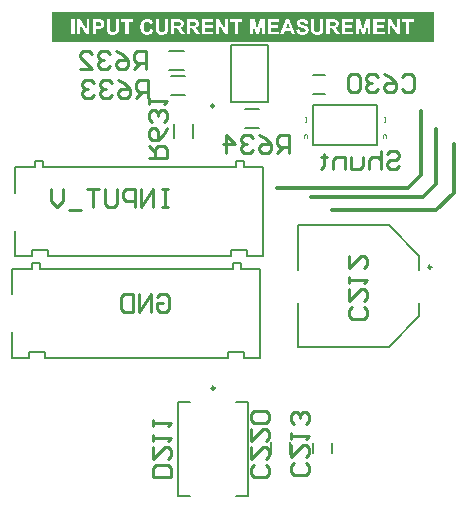
<source format=gbo>
G04*
G04 #@! TF.GenerationSoftware,Altium Limited,Altium Designer,22.2.1 (43)*
G04*
G04 Layer_Color=32896*
%FSLAX25Y25*%
%MOIN*%
G70*
G04*
G04 #@! TF.SameCoordinates,5435AC76-14FC-4701-A4E6-3609E34239AB*
G04*
G04*
G04 #@! TF.FilePolarity,Positive*
G04*
G01*
G75*
%ADD10C,0.00787*%
%ADD11C,0.00984*%
%ADD12C,0.01181*%
%ADD13C,0.01000*%
%ADD48C,0.00394*%
G36*
X143570Y193307D02*
X16272D01*
Y203092D01*
X143570D01*
Y193307D01*
D02*
G37*
%LPC*%
G36*
X99932Y200817D02*
X99845D01*
X99633Y200810D01*
X99444Y200788D01*
X99276Y200759D01*
X99130Y200729D01*
X99065Y200707D01*
X99006Y200693D01*
X98963Y200678D01*
X98919Y200664D01*
X98890Y200649D01*
X98868Y200642D01*
X98853Y200635D01*
X98846D01*
X98700Y200562D01*
X98576Y200482D01*
X98467Y200394D01*
X98379Y200314D01*
X98307Y200241D01*
X98263Y200183D01*
X98226Y200139D01*
X98219Y200132D01*
Y200124D01*
X98146Y200000D01*
X98095Y199869D01*
X98059Y199745D01*
X98037Y199636D01*
X98022Y199541D01*
X98008Y199468D01*
Y199439D01*
Y199417D01*
Y199410D01*
Y199402D01*
X98015Y199293D01*
X98030Y199184D01*
X98052Y199089D01*
X98081Y198994D01*
X98154Y198819D01*
X98241Y198666D01*
X98277Y198601D01*
X98321Y198550D01*
X98358Y198499D01*
X98394Y198455D01*
X98423Y198426D01*
X98445Y198404D01*
X98460Y198389D01*
X98467Y198382D01*
X98533Y198331D01*
X98613Y198280D01*
X98693Y198229D01*
X98788Y198185D01*
X98970Y198098D01*
X99160Y198025D01*
X99254Y197996D01*
X99335Y197966D01*
X99415Y197944D01*
X99480Y197923D01*
X99531Y197908D01*
X99575Y197894D01*
X99604Y197886D01*
X99612D01*
X99728Y197857D01*
X99830Y197828D01*
X99925Y197806D01*
X100013Y197784D01*
X100085Y197762D01*
X100151Y197748D01*
X100209Y197726D01*
X100260Y197711D01*
X100304Y197704D01*
X100340Y197689D01*
X100392Y197675D01*
X100421Y197660D01*
X100428D01*
X100523Y197624D01*
X100596Y197587D01*
X100661Y197551D01*
X100712Y197514D01*
X100749Y197485D01*
X100771Y197463D01*
X100785Y197449D01*
X100793Y197441D01*
X100829Y197390D01*
X100858Y197339D01*
X100873Y197288D01*
X100887Y197245D01*
X100895Y197201D01*
X100902Y197164D01*
Y197143D01*
Y197135D01*
X100895Y197033D01*
X100865Y196946D01*
X100822Y196858D01*
X100778Y196785D01*
X100727Y196727D01*
X100690Y196683D01*
X100661Y196654D01*
X100647Y196647D01*
X100545Y196581D01*
X100428Y196530D01*
X100304Y196494D01*
X100188Y196472D01*
X100078Y196457D01*
X99991Y196443D01*
X99910D01*
X99743Y196450D01*
X99597Y196479D01*
X99473Y196516D01*
X99364Y196559D01*
X99276Y196603D01*
X99218Y196640D01*
X99181Y196669D01*
X99167Y196676D01*
X99072Y196778D01*
X98999Y196888D01*
X98934Y197011D01*
X98890Y197135D01*
X98853Y197245D01*
X98824Y197332D01*
X98817Y197361D01*
Y197390D01*
X98810Y197405D01*
Y197412D01*
X97818Y197318D01*
X97840Y197164D01*
X97869Y197019D01*
X97913Y196880D01*
X97949Y196756D01*
X98001Y196640D01*
X98052Y196530D01*
X98102Y196435D01*
X98154Y196348D01*
X98205Y196275D01*
X98256Y196210D01*
X98299Y196151D01*
X98343Y196100D01*
X98372Y196064D01*
X98401Y196042D01*
X98416Y196027D01*
X98423Y196020D01*
X98525Y195940D01*
X98635Y195874D01*
X98751Y195816D01*
X98875Y195765D01*
X98992Y195728D01*
X99116Y195692D01*
X99356Y195641D01*
X99466Y195619D01*
X99568Y195604D01*
X99655Y195597D01*
X99735Y195590D01*
X99801Y195583D01*
X99896D01*
X100129Y195590D01*
X100340Y195612D01*
X100530Y195641D01*
X100610Y195656D01*
X100690Y195677D01*
X100756Y195692D01*
X100814Y195706D01*
X100865Y195721D01*
X100909Y195736D01*
X100946Y195750D01*
X100968Y195757D01*
X100982Y195765D01*
X100989D01*
X101150Y195845D01*
X101281Y195932D01*
X101405Y196020D01*
X101500Y196115D01*
X101573Y196195D01*
X101631Y196268D01*
X101660Y196312D01*
X101675Y196319D01*
Y196326D01*
X101755Y196472D01*
X101820Y196610D01*
X101864Y196749D01*
X101893Y196880D01*
X101908Y196982D01*
X101915Y197033D01*
X101923Y197070D01*
Y197143D01*
X101915Y197318D01*
X101893Y197471D01*
X101857Y197609D01*
X101820Y197726D01*
X101784Y197821D01*
X101748Y197886D01*
X101726Y197930D01*
X101718Y197944D01*
X101638Y198061D01*
X101543Y198163D01*
X101449Y198251D01*
X101361Y198324D01*
X101281Y198382D01*
X101215Y198426D01*
X101172Y198455D01*
X101164Y198462D01*
X101157D01*
X101084Y198499D01*
X101011Y198535D01*
X100836Y198601D01*
X100654Y198659D01*
X100479Y198717D01*
X100399Y198739D01*
X100319Y198761D01*
X100246Y198783D01*
X100188Y198798D01*
X100136Y198812D01*
X100100Y198819D01*
X100071Y198827D01*
X100064D01*
X99932Y198863D01*
X99816Y198892D01*
X99706Y198921D01*
X99604Y198951D01*
X99524Y198980D01*
X99444Y199009D01*
X99378Y199038D01*
X99320Y199060D01*
X99269Y199082D01*
X99233Y199104D01*
X99196Y199118D01*
X99174Y199133D01*
X99138Y199155D01*
X99130Y199162D01*
X99079Y199213D01*
X99043Y199264D01*
X99021Y199315D01*
X99006Y199366D01*
X98992Y199402D01*
X98985Y199439D01*
Y199461D01*
Y199468D01*
X98992Y199541D01*
X99006Y199599D01*
X99036Y199658D01*
X99065Y199701D01*
X99094Y199738D01*
X99123Y199760D01*
X99138Y199774D01*
X99145Y199782D01*
X99247Y199847D01*
X99356Y199891D01*
X99473Y199927D01*
X99582Y199949D01*
X99677Y199964D01*
X99757Y199971D01*
X99830D01*
X99983Y199964D01*
X100115Y199942D01*
X100224Y199913D01*
X100311Y199884D01*
X100384Y199855D01*
X100435Y199825D01*
X100464Y199803D01*
X100472Y199796D01*
X100545Y199723D01*
X100610Y199636D01*
X100661Y199548D01*
X100698Y199454D01*
X100727Y199373D01*
X100742Y199308D01*
X100756Y199257D01*
Y199249D01*
Y199242D01*
X101777Y199279D01*
X101769Y199410D01*
X101748Y199527D01*
X101718Y199643D01*
X101682Y199745D01*
X101646Y199847D01*
X101602Y199942D01*
X101558Y200022D01*
X101514Y200102D01*
X101463Y200168D01*
X101419Y200226D01*
X101376Y200277D01*
X101339Y200321D01*
X101310Y200350D01*
X101288Y200372D01*
X101274Y200387D01*
X101266Y200394D01*
X101172Y200467D01*
X101070Y200533D01*
X100960Y200591D01*
X100844Y200642D01*
X100727Y200678D01*
X100610Y200715D01*
X100377Y200766D01*
X100268Y200780D01*
X100173Y200795D01*
X100078Y200802D01*
X99998Y200810D01*
X99932Y200817D01*
D02*
G37*
G36*
X48268D02*
X48181D01*
X47991Y200810D01*
X47802Y200788D01*
X47634Y200751D01*
X47466Y200707D01*
X47320Y200656D01*
X47175Y200598D01*
X47051Y200533D01*
X46934Y200467D01*
X46825Y200401D01*
X46737Y200336D01*
X46657Y200277D01*
X46591Y200226D01*
X46540Y200183D01*
X46504Y200146D01*
X46482Y200124D01*
X46475Y200117D01*
X46358Y199978D01*
X46263Y199833D01*
X46176Y199680D01*
X46103Y199519D01*
X46037Y199352D01*
X45986Y199191D01*
X45943Y199031D01*
X45906Y198878D01*
X45877Y198725D01*
X45862Y198593D01*
X45848Y198469D01*
X45833Y198367D01*
Y198280D01*
X45826Y198214D01*
Y198156D01*
X45833Y197937D01*
X45855Y197733D01*
X45884Y197536D01*
X45928Y197361D01*
X45972Y197194D01*
X46030Y197033D01*
X46088Y196895D01*
X46147Y196771D01*
X46205Y196654D01*
X46263Y196552D01*
X46322Y196472D01*
X46365Y196399D01*
X46409Y196348D01*
X46438Y196304D01*
X46460Y196282D01*
X46468Y196275D01*
X46591Y196151D01*
X46723Y196049D01*
X46861Y195954D01*
X47000Y195881D01*
X47138Y195816D01*
X47277Y195757D01*
X47408Y195714D01*
X47532Y195677D01*
X47656Y195648D01*
X47765Y195626D01*
X47867Y195612D01*
X47947Y195604D01*
X48020Y195597D01*
X48071Y195590D01*
X48115D01*
X48268Y195597D01*
X48407Y195604D01*
X48545Y195626D01*
X48669Y195656D01*
X48786Y195685D01*
X48895Y195714D01*
X48997Y195750D01*
X49092Y195794D01*
X49172Y195830D01*
X49245Y195867D01*
X49311Y195896D01*
X49362Y195925D01*
X49405Y195954D01*
X49435Y195976D01*
X49449Y195984D01*
X49456Y195991D01*
X49551Y196071D01*
X49639Y196159D01*
X49799Y196355D01*
X49930Y196559D01*
X50032Y196756D01*
X50076Y196851D01*
X50112Y196939D01*
X50142Y197019D01*
X50171Y197084D01*
X50193Y197143D01*
X50207Y197186D01*
X50214Y197215D01*
Y197223D01*
X49223Y197529D01*
X49165Y197332D01*
X49099Y197164D01*
X49033Y197026D01*
X48961Y196909D01*
X48902Y196822D01*
X48851Y196764D01*
X48815Y196727D01*
X48800Y196713D01*
X48684Y196625D01*
X48567Y196567D01*
X48450Y196523D01*
X48348Y196486D01*
X48254Y196472D01*
X48173Y196465D01*
X48144Y196457D01*
X48108D01*
X48006Y196465D01*
X47911Y196472D01*
X47736Y196523D01*
X47583Y196581D01*
X47459Y196661D01*
X47357Y196734D01*
X47284Y196793D01*
X47255Y196822D01*
X47233Y196844D01*
X47226Y196851D01*
X47218Y196858D01*
X47160Y196939D01*
X47109Y197033D01*
X47058Y197135D01*
X47021Y197245D01*
X46963Y197471D01*
X46919Y197697D01*
X46905Y197806D01*
X46898Y197901D01*
X46883Y197996D01*
Y198076D01*
X46876Y198134D01*
Y198185D01*
Y198222D01*
Y198229D01*
X46883Y198397D01*
X46890Y198550D01*
X46905Y198688D01*
X46927Y198819D01*
X46956Y198936D01*
X46985Y199045D01*
X47014Y199140D01*
X47051Y199228D01*
X47080Y199301D01*
X47109Y199366D01*
X47138Y199417D01*
X47167Y199461D01*
X47189Y199497D01*
X47204Y199519D01*
X47218Y199534D01*
Y199541D01*
X47284Y199614D01*
X47357Y199680D01*
X47430Y199731D01*
X47510Y199774D01*
X47663Y199847D01*
X47809Y199898D01*
X47933Y199927D01*
X47991Y199935D01*
X48035Y199942D01*
X48079Y199949D01*
X48130D01*
X48275Y199942D01*
X48407Y199913D01*
X48523Y199876D01*
X48625Y199833D01*
X48706Y199789D01*
X48764Y199752D01*
X48800Y199723D01*
X48815Y199716D01*
X48910Y199628D01*
X48997Y199527D01*
X49063Y199424D01*
X49114Y199322D01*
X49150Y199235D01*
X49172Y199169D01*
X49187Y199140D01*
Y199118D01*
X49194Y199111D01*
Y199104D01*
X50200Y199344D01*
X50127Y199556D01*
X50047Y199738D01*
X49959Y199898D01*
X49879Y200029D01*
X49799Y200132D01*
X49770Y200175D01*
X49741Y200212D01*
X49719Y200234D01*
X49697Y200255D01*
X49690Y200270D01*
X49682D01*
X49573Y200365D01*
X49449Y200452D01*
X49332Y200525D01*
X49209Y200584D01*
X49077Y200642D01*
X48953Y200686D01*
X48829Y200722D01*
X48713Y200751D01*
X48603Y200773D01*
X48501Y200788D01*
X48414Y200802D01*
X48334Y200810D01*
X48268Y200817D01*
D02*
G37*
G36*
X132256Y200722D02*
X131316D01*
Y197325D01*
X129231Y200722D01*
X128247D01*
Y195677D01*
X129187D01*
Y199002D01*
X131236Y195677D01*
X132256D01*
Y200722D01*
D02*
G37*
G36*
X75073D02*
X74133D01*
Y197325D01*
X72048Y200722D01*
X71064D01*
Y195677D01*
X72004D01*
Y199002D01*
X74053Y195677D01*
X75073D01*
Y200722D01*
D02*
G37*
G36*
X28869D02*
X27929D01*
Y197325D01*
X25844Y200722D01*
X24860D01*
Y195677D01*
X25800D01*
Y199002D01*
X27849Y195677D01*
X28869D01*
Y200722D01*
D02*
G37*
G36*
X122509D02*
X120978D01*
X120082Y197274D01*
X119178Y200722D01*
X117654D01*
Y195677D01*
X118595D01*
Y199643D01*
X119586Y195677D01*
X120570D01*
X121562Y199643D01*
X121569Y195677D01*
X122509D01*
Y200722D01*
D02*
G37*
G36*
X87262D02*
X85731D01*
X84835Y197274D01*
X83931Y200722D01*
X82407D01*
Y195677D01*
X83348D01*
Y199643D01*
X84339Y195677D01*
X85323D01*
X86315Y199643D01*
X86322Y195677D01*
X87262D01*
Y200722D01*
D02*
G37*
G36*
X106799D02*
X105779D01*
Y197923D01*
Y197813D01*
Y197711D01*
X105772Y197617D01*
Y197529D01*
X105764Y197456D01*
Y197383D01*
X105757Y197318D01*
Y197259D01*
X105742Y197172D01*
X105735Y197106D01*
X105728Y197070D01*
Y197055D01*
X105706Y196960D01*
X105669Y196880D01*
X105626Y196807D01*
X105582Y196742D01*
X105538Y196691D01*
X105502Y196654D01*
X105473Y196632D01*
X105465Y196625D01*
X105378Y196567D01*
X105269Y196523D01*
X105166Y196494D01*
X105057Y196472D01*
X104962Y196457D01*
X104890Y196450D01*
X104817D01*
X104664Y196457D01*
X104532Y196479D01*
X104416Y196508D01*
X104314Y196545D01*
X104241Y196574D01*
X104182Y196603D01*
X104153Y196625D01*
X104139Y196632D01*
X104058Y196705D01*
X103993Y196793D01*
X103935Y196873D01*
X103898Y196953D01*
X103869Y197026D01*
X103847Y197084D01*
X103832Y197121D01*
Y197135D01*
X103825Y197179D01*
X103818Y197223D01*
Y197281D01*
X103811Y197347D01*
X103803Y197485D01*
Y197631D01*
X103796Y197762D01*
Y197821D01*
Y197879D01*
Y197923D01*
Y197952D01*
Y197974D01*
Y197981D01*
Y200722D01*
X102775D01*
Y197872D01*
X102783Y197726D01*
Y197587D01*
X102790Y197463D01*
X102797Y197347D01*
X102805Y197245D01*
X102812Y197150D01*
X102826Y197062D01*
X102834Y196990D01*
X102841Y196924D01*
X102848Y196866D01*
X102856Y196822D01*
X102863Y196785D01*
Y196764D01*
X102870Y196749D01*
Y196742D01*
X102907Y196632D01*
X102943Y196530D01*
X102994Y196435D01*
X103038Y196355D01*
X103082Y196282D01*
X103118Y196224D01*
X103147Y196195D01*
X103155Y196180D01*
X103242Y196086D01*
X103337Y195998D01*
X103439Y195925D01*
X103534Y195860D01*
X103614Y195809D01*
X103687Y195772D01*
X103730Y195750D01*
X103738Y195743D01*
X103745D01*
X103818Y195714D01*
X103898Y195692D01*
X104080Y195648D01*
X104263Y195619D01*
X104437Y195604D01*
X104518Y195597D01*
X104598Y195590D01*
X104664D01*
X104729Y195583D01*
X104846D01*
X105057Y195590D01*
X105247Y195604D01*
X105414Y195634D01*
X105553Y195663D01*
X105611Y195670D01*
X105669Y195685D01*
X105713Y195699D01*
X105750Y195714D01*
X105779Y195721D01*
X105801Y195728D01*
X105808Y195736D01*
X105815D01*
X105947Y195794D01*
X106063Y195867D01*
X106165Y195932D01*
X106253Y195998D01*
X106318Y196056D01*
X106369Y196100D01*
X106398Y196129D01*
X106406Y196144D01*
X106486Y196246D01*
X106552Y196355D01*
X106603Y196457D01*
X106646Y196559D01*
X106676Y196647D01*
X106697Y196720D01*
X106705Y196742D01*
Y196764D01*
X106712Y196771D01*
Y196778D01*
X106727Y196858D01*
X106741Y196946D01*
X106756Y197041D01*
X106763Y197135D01*
X106778Y197354D01*
X106792Y197565D01*
Y197660D01*
Y197755D01*
X106799Y197843D01*
Y200722D01*
D02*
G37*
G36*
X55106D02*
X54085D01*
Y197923D01*
Y197813D01*
Y197711D01*
X54078Y197617D01*
Y197529D01*
X54071Y197456D01*
Y197383D01*
X54064Y197318D01*
Y197259D01*
X54049Y197172D01*
X54042Y197106D01*
X54035Y197070D01*
Y197055D01*
X54013Y196960D01*
X53976Y196880D01*
X53932Y196807D01*
X53889Y196742D01*
X53845Y196691D01*
X53808Y196654D01*
X53779Y196632D01*
X53772Y196625D01*
X53685Y196567D01*
X53575Y196523D01*
X53473Y196494D01*
X53364Y196472D01*
X53269Y196457D01*
X53196Y196450D01*
X53123D01*
X52970Y196457D01*
X52839Y196479D01*
X52722Y196508D01*
X52620Y196545D01*
X52547Y196574D01*
X52489Y196603D01*
X52460Y196625D01*
X52445Y196632D01*
X52365Y196705D01*
X52299Y196793D01*
X52241Y196873D01*
X52205Y196953D01*
X52175Y197026D01*
X52154Y197084D01*
X52139Y197121D01*
Y197135D01*
X52132Y197179D01*
X52125Y197223D01*
Y197281D01*
X52117Y197347D01*
X52110Y197485D01*
Y197631D01*
X52103Y197762D01*
Y197821D01*
Y197879D01*
Y197923D01*
Y197952D01*
Y197974D01*
Y197981D01*
Y200722D01*
X51082D01*
Y197872D01*
X51089Y197726D01*
Y197587D01*
X51097Y197463D01*
X51104Y197347D01*
X51111Y197245D01*
X51118Y197150D01*
X51133Y197062D01*
X51140Y196990D01*
X51148Y196924D01*
X51155Y196866D01*
X51162Y196822D01*
X51170Y196785D01*
Y196764D01*
X51177Y196749D01*
Y196742D01*
X51213Y196632D01*
X51250Y196530D01*
X51301Y196435D01*
X51345Y196355D01*
X51388Y196282D01*
X51425Y196224D01*
X51454Y196195D01*
X51461Y196180D01*
X51549Y196086D01*
X51643Y195998D01*
X51745Y195925D01*
X51840Y195860D01*
X51920Y195809D01*
X51993Y195772D01*
X52037Y195750D01*
X52044Y195743D01*
X52052D01*
X52125Y195714D01*
X52205Y195692D01*
X52387Y195648D01*
X52569Y195619D01*
X52744Y195604D01*
X52824Y195597D01*
X52904Y195590D01*
X52970D01*
X53036Y195583D01*
X53152D01*
X53364Y195590D01*
X53553Y195604D01*
X53721Y195634D01*
X53860Y195663D01*
X53918Y195670D01*
X53976Y195685D01*
X54020Y195699D01*
X54056Y195714D01*
X54085Y195721D01*
X54107Y195728D01*
X54115Y195736D01*
X54122D01*
X54253Y195794D01*
X54370Y195867D01*
X54472Y195932D01*
X54559Y195998D01*
X54625Y196056D01*
X54676Y196100D01*
X54705Y196129D01*
X54712Y196144D01*
X54793Y196246D01*
X54858Y196355D01*
X54909Y196457D01*
X54953Y196559D01*
X54982Y196647D01*
X55004Y196720D01*
X55011Y196742D01*
Y196764D01*
X55019Y196771D01*
Y196778D01*
X55033Y196858D01*
X55048Y196946D01*
X55062Y197041D01*
X55070Y197135D01*
X55084Y197354D01*
X55099Y197565D01*
Y197660D01*
Y197755D01*
X55106Y197843D01*
Y200722D01*
D02*
G37*
G36*
X38660D02*
X37639D01*
Y197923D01*
Y197813D01*
Y197711D01*
X37632Y197617D01*
Y197529D01*
X37625Y197456D01*
Y197383D01*
X37617Y197318D01*
Y197259D01*
X37603Y197172D01*
X37595Y197106D01*
X37588Y197070D01*
Y197055D01*
X37566Y196960D01*
X37530Y196880D01*
X37486Y196807D01*
X37442Y196742D01*
X37399Y196691D01*
X37362Y196654D01*
X37333Y196632D01*
X37326Y196625D01*
X37238Y196567D01*
X37129Y196523D01*
X37027Y196494D01*
X36917Y196472D01*
X36823Y196457D01*
X36750Y196450D01*
X36677D01*
X36524Y196457D01*
X36393Y196479D01*
X36276Y196508D01*
X36174Y196545D01*
X36101Y196574D01*
X36043Y196603D01*
X36014Y196625D01*
X35999Y196632D01*
X35919Y196705D01*
X35853Y196793D01*
X35795Y196873D01*
X35758Y196953D01*
X35729Y197026D01*
X35707Y197084D01*
X35693Y197121D01*
Y197135D01*
X35686Y197179D01*
X35678Y197223D01*
Y197281D01*
X35671Y197347D01*
X35664Y197485D01*
Y197631D01*
X35656Y197762D01*
Y197821D01*
Y197879D01*
Y197923D01*
Y197952D01*
Y197974D01*
Y197981D01*
Y200722D01*
X34636D01*
Y197872D01*
X34643Y197726D01*
Y197587D01*
X34650Y197463D01*
X34658Y197347D01*
X34665Y197245D01*
X34672Y197150D01*
X34687Y197062D01*
X34694Y196990D01*
X34701Y196924D01*
X34709Y196866D01*
X34716Y196822D01*
X34723Y196785D01*
Y196764D01*
X34730Y196749D01*
Y196742D01*
X34767Y196632D01*
X34803Y196530D01*
X34855Y196435D01*
X34898Y196355D01*
X34942Y196282D01*
X34978Y196224D01*
X35008Y196195D01*
X35015Y196180D01*
X35102Y196086D01*
X35197Y195998D01*
X35299Y195925D01*
X35394Y195860D01*
X35474Y195809D01*
X35547Y195772D01*
X35591Y195750D01*
X35598Y195743D01*
X35605D01*
X35678Y195714D01*
X35758Y195692D01*
X35941Y195648D01*
X36123Y195619D01*
X36298Y195604D01*
X36378Y195597D01*
X36458Y195590D01*
X36524D01*
X36590Y195583D01*
X36706D01*
X36917Y195590D01*
X37107Y195604D01*
X37275Y195634D01*
X37413Y195663D01*
X37472Y195670D01*
X37530Y195685D01*
X37574Y195699D01*
X37610Y195714D01*
X37639Y195721D01*
X37661Y195728D01*
X37668Y195736D01*
X37676D01*
X37807Y195794D01*
X37924Y195867D01*
X38026Y195932D01*
X38113Y195998D01*
X38179Y196056D01*
X38230Y196100D01*
X38259Y196129D01*
X38266Y196144D01*
X38346Y196246D01*
X38412Y196355D01*
X38463Y196457D01*
X38507Y196559D01*
X38536Y196647D01*
X38558Y196720D01*
X38565Y196742D01*
Y196764D01*
X38572Y196771D01*
Y196778D01*
X38587Y196858D01*
X38601Y196946D01*
X38616Y197041D01*
X38623Y197135D01*
X38638Y197354D01*
X38653Y197565D01*
Y197660D01*
Y197755D01*
X38660Y197843D01*
Y200722D01*
D02*
G37*
G36*
X136980D02*
X132978D01*
Y199869D01*
X134472D01*
Y195677D01*
X135493D01*
Y199869D01*
X136980D01*
Y200722D01*
D02*
G37*
G36*
X127284D02*
X123545D01*
Y195677D01*
X127379D01*
Y196530D01*
X124565D01*
Y197901D01*
X127095D01*
Y198754D01*
X124565D01*
Y199869D01*
X127284D01*
Y200722D01*
D02*
G37*
G36*
X116707D02*
X112967D01*
Y195677D01*
X116801D01*
Y196530D01*
X113987D01*
Y197901D01*
X116517D01*
Y198754D01*
X113987D01*
Y199869D01*
X116707D01*
Y200722D01*
D02*
G37*
G36*
X110153D02*
X107878D01*
Y195677D01*
X108899D01*
Y197784D01*
X109227D01*
X109329Y197777D01*
X109417Y197770D01*
X109490Y197755D01*
X109548Y197748D01*
X109584Y197733D01*
X109606Y197726D01*
X109613D01*
X109672Y197697D01*
X109730Y197668D01*
X109781Y197631D01*
X109832Y197602D01*
X109869Y197565D01*
X109898Y197536D01*
X109912Y197522D01*
X109920Y197514D01*
X109949Y197478D01*
X109985Y197441D01*
X110065Y197332D01*
X110153Y197215D01*
X110248Y197084D01*
X110328Y196968D01*
X110364Y196909D01*
X110394Y196866D01*
X110423Y196829D01*
X110444Y196800D01*
X110452Y196778D01*
X110459Y196771D01*
X111188Y195677D01*
X112413D01*
X111793Y196661D01*
X111727Y196764D01*
X111662Y196866D01*
X111604Y196953D01*
X111545Y197033D01*
X111494Y197106D01*
X111451Y197179D01*
X111363Y197288D01*
X111297Y197376D01*
X111254Y197434D01*
X111217Y197471D01*
X111210Y197478D01*
X111130Y197565D01*
X111035Y197646D01*
X110948Y197711D01*
X110860Y197777D01*
X110787Y197828D01*
X110729Y197864D01*
X110685Y197894D01*
X110678Y197901D01*
X110670D01*
X110794Y197923D01*
X110904Y197952D01*
X111006Y197981D01*
X111108Y198017D01*
X111195Y198054D01*
X111275Y198090D01*
X111356Y198127D01*
X111421Y198170D01*
X111480Y198207D01*
X111531Y198243D01*
X111574Y198280D01*
X111604Y198309D01*
X111633Y198331D01*
X111655Y198353D01*
X111662Y198360D01*
X111669Y198367D01*
X111727Y198440D01*
X111779Y198513D01*
X111866Y198673D01*
X111924Y198827D01*
X111961Y198980D01*
X111990Y199111D01*
X111997Y199162D01*
Y199213D01*
X112004Y199249D01*
Y199286D01*
Y199301D01*
Y199308D01*
X111997Y199468D01*
X111968Y199621D01*
X111932Y199752D01*
X111895Y199869D01*
X111852Y199964D01*
X111815Y200037D01*
X111800Y200059D01*
X111786Y200080D01*
X111779Y200088D01*
Y200095D01*
X111691Y200219D01*
X111596Y200321D01*
X111502Y200401D01*
X111407Y200474D01*
X111319Y200518D01*
X111254Y200554D01*
X111210Y200576D01*
X111203Y200584D01*
X111195D01*
X111123Y200605D01*
X111042Y200627D01*
X110860Y200664D01*
X110663Y200686D01*
X110474Y200707D01*
X110379D01*
X110299Y200715D01*
X110219D01*
X110153Y200722D01*
D02*
G37*
G36*
X95515D02*
X94436D01*
X92482Y195677D01*
X93561D01*
X93976Y196822D01*
X96003D01*
X96440Y195677D01*
X97541D01*
X95515Y200722D01*
D02*
G37*
G36*
X92037D02*
X88297D01*
Y195677D01*
X92132D01*
Y196530D01*
X89318D01*
Y197901D01*
X91848D01*
Y198754D01*
X89318D01*
Y199869D01*
X92037D01*
Y200722D01*
D02*
G37*
G36*
X79797D02*
X75795D01*
Y199869D01*
X77290D01*
Y195677D01*
X78310D01*
Y199869D01*
X79797D01*
Y200722D01*
D02*
G37*
G36*
X70102D02*
X66362D01*
Y195677D01*
X70196D01*
Y196530D01*
X67383D01*
Y197901D01*
X69912D01*
Y198754D01*
X67383D01*
Y199869D01*
X70102D01*
Y200722D01*
D02*
G37*
G36*
X63548D02*
X61273D01*
Y195677D01*
X62294D01*
Y197784D01*
X62622D01*
X62724Y197777D01*
X62812Y197770D01*
X62884Y197755D01*
X62943Y197748D01*
X62979Y197733D01*
X63001Y197726D01*
X63008D01*
X63067Y197697D01*
X63125Y197668D01*
X63176Y197631D01*
X63227Y197602D01*
X63264Y197565D01*
X63293Y197536D01*
X63307Y197522D01*
X63315Y197514D01*
X63344Y197478D01*
X63380Y197441D01*
X63460Y197332D01*
X63548Y197215D01*
X63643Y197084D01*
X63723Y196968D01*
X63759Y196909D01*
X63788Y196866D01*
X63818Y196829D01*
X63840Y196800D01*
X63847Y196778D01*
X63854Y196771D01*
X64583Y195677D01*
X65808D01*
X65188Y196661D01*
X65123Y196764D01*
X65057Y196866D01*
X64999Y196953D01*
X64940Y197033D01*
X64889Y197106D01*
X64846Y197179D01*
X64758Y197288D01*
X64692Y197376D01*
X64649Y197434D01*
X64612Y197471D01*
X64605Y197478D01*
X64525Y197565D01*
X64430Y197646D01*
X64342Y197711D01*
X64255Y197777D01*
X64182Y197828D01*
X64124Y197864D01*
X64080Y197894D01*
X64073Y197901D01*
X64065D01*
X64189Y197923D01*
X64299Y197952D01*
X64401Y197981D01*
X64503Y198017D01*
X64590Y198054D01*
X64671Y198090D01*
X64751Y198127D01*
X64816Y198170D01*
X64875Y198207D01*
X64926Y198243D01*
X64969Y198280D01*
X64999Y198309D01*
X65028Y198331D01*
X65050Y198353D01*
X65057Y198360D01*
X65064Y198367D01*
X65123Y198440D01*
X65174Y198513D01*
X65261Y198673D01*
X65319Y198827D01*
X65356Y198980D01*
X65385Y199111D01*
X65392Y199162D01*
Y199213D01*
X65400Y199249D01*
Y199286D01*
Y199301D01*
Y199308D01*
X65392Y199468D01*
X65363Y199621D01*
X65327Y199752D01*
X65290Y199869D01*
X65246Y199964D01*
X65210Y200037D01*
X65196Y200059D01*
X65181Y200080D01*
X65174Y200088D01*
Y200095D01*
X65086Y200219D01*
X64991Y200321D01*
X64897Y200401D01*
X64802Y200474D01*
X64714Y200518D01*
X64649Y200554D01*
X64605Y200576D01*
X64598Y200584D01*
X64590D01*
X64517Y200605D01*
X64437Y200627D01*
X64255Y200664D01*
X64058Y200686D01*
X63869Y200707D01*
X63774D01*
X63694Y200715D01*
X63613D01*
X63548Y200722D01*
D02*
G37*
G36*
X58460D02*
X56185D01*
Y195677D01*
X57206D01*
Y197784D01*
X57534D01*
X57636Y197777D01*
X57723Y197770D01*
X57796Y197755D01*
X57854Y197748D01*
X57891Y197733D01*
X57913Y197726D01*
X57920D01*
X57978Y197697D01*
X58037Y197668D01*
X58088Y197631D01*
X58139Y197602D01*
X58175Y197565D01*
X58204Y197536D01*
X58219Y197522D01*
X58226Y197514D01*
X58255Y197478D01*
X58292Y197441D01*
X58372Y197332D01*
X58460Y197215D01*
X58554Y197084D01*
X58635Y196968D01*
X58671Y196909D01*
X58700Y196866D01*
X58729Y196829D01*
X58751Y196800D01*
X58758Y196778D01*
X58766Y196771D01*
X59495Y195677D01*
X60719D01*
X60100Y196661D01*
X60034Y196764D01*
X59969Y196866D01*
X59910Y196953D01*
X59852Y197033D01*
X59801Y197106D01*
X59757Y197179D01*
X59670Y197288D01*
X59604Y197376D01*
X59560Y197434D01*
X59524Y197471D01*
X59517Y197478D01*
X59436Y197565D01*
X59342Y197646D01*
X59254Y197711D01*
X59167Y197777D01*
X59094Y197828D01*
X59035Y197864D01*
X58992Y197894D01*
X58984Y197901D01*
X58977D01*
X59101Y197923D01*
X59210Y197952D01*
X59312Y197981D01*
X59414Y198017D01*
X59502Y198054D01*
X59582Y198090D01*
X59662Y198127D01*
X59728Y198170D01*
X59786Y198207D01*
X59837Y198243D01*
X59881Y198280D01*
X59910Y198309D01*
X59939Y198331D01*
X59961Y198353D01*
X59969Y198360D01*
X59976Y198367D01*
X60034Y198440D01*
X60085Y198513D01*
X60173Y198673D01*
X60231Y198827D01*
X60267Y198980D01*
X60297Y199111D01*
X60304Y199162D01*
Y199213D01*
X60311Y199249D01*
Y199286D01*
Y199301D01*
Y199308D01*
X60304Y199468D01*
X60275Y199621D01*
X60238Y199752D01*
X60202Y199869D01*
X60158Y199964D01*
X60122Y200037D01*
X60107Y200059D01*
X60093Y200080D01*
X60085Y200088D01*
Y200095D01*
X59998Y200219D01*
X59903Y200321D01*
X59808Y200401D01*
X59713Y200474D01*
X59626Y200518D01*
X59560Y200554D01*
X59517Y200576D01*
X59509Y200584D01*
X59502D01*
X59429Y200605D01*
X59349Y200627D01*
X59167Y200664D01*
X58970Y200686D01*
X58780Y200707D01*
X58685D01*
X58605Y200715D01*
X58525D01*
X58460Y200722D01*
D02*
G37*
G36*
X43384D02*
X39382D01*
Y199869D01*
X40876D01*
Y195677D01*
X41897D01*
Y199869D01*
X43384D01*
Y200722D01*
D02*
G37*
G36*
X31807D02*
X29948D01*
Y195677D01*
X30969D01*
Y197580D01*
X31873D01*
X31982Y197587D01*
X32084D01*
X32179Y197595D01*
X32267Y197602D01*
X32347Y197609D01*
X32412Y197617D01*
X32478D01*
X32529Y197624D01*
X32580Y197631D01*
X32616Y197638D01*
X32646D01*
X32667Y197646D01*
X32682D01*
X32784Y197675D01*
X32879Y197711D01*
X32966Y197748D01*
X33047Y197792D01*
X33112Y197828D01*
X33163Y197857D01*
X33192Y197879D01*
X33207Y197886D01*
X33302Y197959D01*
X33382Y198039D01*
X33462Y198127D01*
X33520Y198200D01*
X33571Y198273D01*
X33608Y198331D01*
X33630Y198367D01*
X33637Y198382D01*
X33695Y198506D01*
X33739Y198637D01*
X33768Y198776D01*
X33790Y198899D01*
X33805Y199002D01*
Y199053D01*
X33812Y199089D01*
Y199169D01*
X33797Y199381D01*
X33768Y199577D01*
X33717Y199738D01*
X33666Y199884D01*
X33637Y199942D01*
X33608Y199993D01*
X33586Y200037D01*
X33557Y200080D01*
X33542Y200110D01*
X33528Y200132D01*
X33513Y200139D01*
Y200146D01*
X33397Y200277D01*
X33280Y200387D01*
X33156Y200474D01*
X33047Y200540D01*
X32945Y200584D01*
X32864Y200620D01*
X32835Y200627D01*
X32813Y200635D01*
X32799Y200642D01*
X32791D01*
X32733Y200656D01*
X32660Y200671D01*
X32573Y200678D01*
X32485Y200686D01*
X32281Y200700D01*
X32077Y200715D01*
X31888D01*
X31807Y200722D01*
D02*
G37*
G36*
X23883D02*
X22862D01*
Y195677D01*
X23883D01*
Y200722D01*
D02*
G37*
%LPD*%
G36*
X110131Y199862D02*
X110291D01*
X110357Y199855D01*
X110401D01*
X110423Y199847D01*
X110430D01*
X110517Y199825D01*
X110598Y199796D01*
X110663Y199767D01*
X110714Y199731D01*
X110758Y199694D01*
X110794Y199672D01*
X110809Y199650D01*
X110816Y199643D01*
X110860Y199585D01*
X110897Y199512D01*
X110918Y199446D01*
X110940Y199381D01*
X110948Y199322D01*
X110955Y199279D01*
Y199249D01*
Y199235D01*
X110948Y199155D01*
X110940Y199082D01*
X110918Y199016D01*
X110904Y198958D01*
X110882Y198914D01*
X110860Y198885D01*
X110853Y198863D01*
X110845Y198856D01*
X110802Y198805D01*
X110758Y198761D01*
X110663Y198695D01*
X110627Y198673D01*
X110590Y198659D01*
X110568Y198644D01*
X110561D01*
X110525Y198637D01*
X110466Y198623D01*
X110408Y198615D01*
X110342Y198608D01*
X110189Y198601D01*
X110036Y198593D01*
X109890Y198586D01*
X108899D01*
Y199869D01*
X110065D01*
X110131Y199862D01*
D02*
G37*
G36*
X95675Y197675D02*
X94283D01*
X94968Y199548D01*
X95675Y197675D01*
D02*
G37*
G36*
X63526Y199862D02*
X63686D01*
X63752Y199855D01*
X63796D01*
X63818Y199847D01*
X63825D01*
X63912Y199825D01*
X63993Y199796D01*
X64058Y199767D01*
X64109Y199731D01*
X64153Y199694D01*
X64189Y199672D01*
X64204Y199650D01*
X64211Y199643D01*
X64255Y199585D01*
X64292Y199512D01*
X64313Y199446D01*
X64335Y199381D01*
X64342Y199322D01*
X64350Y199279D01*
Y199249D01*
Y199235D01*
X64342Y199155D01*
X64335Y199082D01*
X64313Y199016D01*
X64299Y198958D01*
X64277Y198914D01*
X64255Y198885D01*
X64248Y198863D01*
X64240Y198856D01*
X64197Y198805D01*
X64153Y198761D01*
X64058Y198695D01*
X64022Y198673D01*
X63985Y198659D01*
X63964Y198644D01*
X63956D01*
X63920Y198637D01*
X63861Y198623D01*
X63803Y198615D01*
X63737Y198608D01*
X63584Y198601D01*
X63431Y198593D01*
X63285Y198586D01*
X62294D01*
Y199869D01*
X63460D01*
X63526Y199862D01*
D02*
G37*
G36*
X58438D02*
X58598D01*
X58664Y199855D01*
X58707D01*
X58729Y199847D01*
X58736D01*
X58824Y199825D01*
X58904Y199796D01*
X58970Y199767D01*
X59021Y199731D01*
X59065Y199694D01*
X59101Y199672D01*
X59116Y199650D01*
X59123Y199643D01*
X59167Y199585D01*
X59203Y199512D01*
X59225Y199446D01*
X59247Y199381D01*
X59254Y199322D01*
X59261Y199279D01*
Y199249D01*
Y199235D01*
X59254Y199155D01*
X59247Y199082D01*
X59225Y199016D01*
X59210Y198958D01*
X59188Y198914D01*
X59167Y198885D01*
X59159Y198863D01*
X59152Y198856D01*
X59108Y198805D01*
X59065Y198761D01*
X58970Y198695D01*
X58933Y198673D01*
X58897Y198659D01*
X58875Y198644D01*
X58868D01*
X58831Y198637D01*
X58773Y198623D01*
X58715Y198615D01*
X58649Y198608D01*
X58496Y198601D01*
X58343Y198593D01*
X58197Y198586D01*
X57206D01*
Y199869D01*
X58372D01*
X58438Y199862D01*
D02*
G37*
G36*
X31800D02*
X31866D01*
X31931Y199855D01*
X32026D01*
X32099Y199847D01*
X32150Y199840D01*
X32179Y199833D01*
X32186D01*
X32274Y199811D01*
X32354Y199782D01*
X32427Y199745D01*
X32485Y199701D01*
X32529Y199665D01*
X32565Y199636D01*
X32587Y199614D01*
X32595Y199607D01*
X32653Y199534D01*
X32689Y199461D01*
X32719Y199381D01*
X32740Y199308D01*
X32755Y199242D01*
X32762Y199191D01*
Y199162D01*
Y199147D01*
X32755Y199067D01*
X32748Y198994D01*
X32726Y198929D01*
X32704Y198870D01*
X32682Y198819D01*
X32667Y198783D01*
X32653Y198761D01*
X32646Y198754D01*
X32602Y198695D01*
X32544Y198644D01*
X32493Y198601D01*
X32441Y198564D01*
X32398Y198542D01*
X32361Y198521D01*
X32332Y198513D01*
X32325Y198506D01*
X32281Y198491D01*
X32230Y198484D01*
X32113Y198462D01*
X31982Y198448D01*
X31851Y198440D01*
X31720D01*
X31669Y198433D01*
X30969D01*
Y199869D01*
X31727D01*
X31800Y199862D01*
D02*
G37*
D10*
X80709Y164567D02*
X85433D01*
X80709Y170866D02*
X85433D01*
X98228Y117323D02*
Y132087D01*
X128642D01*
X138779Y121949D01*
Y117323D02*
Y121949D01*
X98228Y91535D02*
Y106299D01*
Y91535D02*
X128642D01*
X138779Y101673D01*
Y106299D01*
X55512Y190157D02*
X60236D01*
X55512Y183858D02*
X60236D01*
X63386Y161024D02*
Y165748D01*
X57087Y161024D02*
Y165748D01*
X4134Y142913D02*
Y151378D01*
Y121850D02*
Y130315D01*
X9646Y123819D02*
X15157D01*
X10630Y151378D02*
Y153347D01*
X13386D01*
Y151378D02*
Y153347D01*
Y151378D02*
X77559D01*
Y153347D01*
X80315D01*
Y151378D02*
Y153347D01*
Y151378D02*
X86811D01*
X81299Y121850D02*
X86811D01*
X81299D02*
Y123819D01*
X76181D02*
X81299D01*
X76181Y121850D02*
Y123819D01*
X15157Y121850D02*
X76181D01*
X15157D02*
Y123819D01*
X9646Y121850D02*
Y123819D01*
X4134Y121850D02*
X9646D01*
X4134Y151378D02*
X10630D01*
X86811Y121850D02*
Y151378D01*
X8661Y89961D02*
X14173D01*
X9646Y117520D02*
Y119488D01*
X12402D01*
Y117520D02*
Y119488D01*
Y117520D02*
X76575D01*
Y119488D01*
X79331D01*
Y117520D02*
Y119488D01*
Y117520D02*
X85827D01*
X80315Y87992D02*
X85827D01*
X80315D02*
Y89961D01*
X75197D02*
X80315D01*
X75197Y87992D02*
Y89961D01*
X14173Y87992D02*
X75197D01*
X14173D02*
Y89961D01*
X8661Y87992D02*
Y89961D01*
X3150Y87992D02*
X8661D01*
X3150Y117520D02*
X9646D01*
X85827Y87992D02*
Y117520D01*
X3150Y87992D02*
Y96457D01*
Y109055D02*
Y117520D01*
X109843Y56102D02*
Y59646D01*
X103543Y56102D02*
Y59646D01*
X76083Y192323D02*
X88484D01*
Y173031D02*
Y192323D01*
X76083Y173031D02*
X88484D01*
X76083D02*
Y192323D01*
X103445Y172047D02*
X124705D01*
Y158661D02*
Y172047D01*
X103445Y158661D02*
Y172047D01*
Y158661D02*
X124705D01*
X103543Y182283D02*
X107480D01*
X103543Y175984D02*
X107480D01*
X55905Y181890D02*
X60630D01*
X55905Y175591D02*
X60630D01*
X95669Y55905D02*
Y59842D01*
X89370Y55905D02*
Y59842D01*
X58465Y73032D02*
X62402D01*
X58465Y41929D02*
Y73032D01*
Y41929D02*
X62402D01*
X77756Y73032D02*
X81693D01*
Y41929D02*
Y73032D01*
X77756Y41929D02*
X81693D01*
D11*
X142815Y118110D02*
G03*
X142815Y118110I-492J0D01*
G01*
X70374Y171850D02*
G03*
X70374Y171850I-492J0D01*
G01*
X70571Y77756D02*
G03*
X70571Y77756I-492J0D01*
G01*
D12*
X150394Y142913D02*
Y159055D01*
X144488Y137008D02*
X150394Y142913D01*
X139764Y137008D02*
X144488D01*
X109843D02*
X139764D01*
X102756Y141339D02*
X140157D01*
X144488Y145669D01*
Y164173D01*
X139370Y148819D02*
Y170079D01*
X135039Y144488D02*
X139370Y148819D01*
X91339Y144488D02*
X135039D01*
D13*
X95248Y156056D02*
Y162054D01*
X92249D01*
X91250Y161055D01*
Y159055D01*
X92249Y158055D01*
X95248D01*
X93249D02*
X91250Y156056D01*
X85252Y162054D02*
X87251Y161055D01*
X89250Y159055D01*
Y157056D01*
X88251Y156056D01*
X86251D01*
X85252Y157056D01*
Y158055D01*
X86251Y159055D01*
X89250D01*
X83252Y161055D02*
X82253Y162054D01*
X80253D01*
X79254Y161055D01*
Y160055D01*
X80253Y159055D01*
X81253D01*
X80253D01*
X79254Y158055D01*
Y157056D01*
X80253Y156056D01*
X82253D01*
X83252Y157056D01*
X74255Y156056D02*
Y162054D01*
X77254Y159055D01*
X73255D01*
X120503Y104919D02*
X121503Y103920D01*
Y101920D01*
X120503Y100921D01*
X116505D01*
X115505Y101920D01*
Y103920D01*
X116505Y104919D01*
X115505Y110917D02*
Y106919D01*
X119504Y110917D01*
X120503D01*
X121503Y109918D01*
Y107919D01*
X120503Y106919D01*
X115505Y112917D02*
Y114916D01*
Y113917D01*
X121503D01*
X120503Y112917D01*
X115505Y121914D02*
Y117915D01*
X119504Y121914D01*
X120503D01*
X121503Y120914D01*
Y118915D01*
X120503Y117915D01*
X47611Y184009D02*
Y190007D01*
X44612D01*
X43612Y189007D01*
Y187008D01*
X44612Y186008D01*
X47611D01*
X45611D02*
X43612Y184009D01*
X37614Y190007D02*
X39613Y189007D01*
X41612Y187008D01*
Y185009D01*
X40613Y184009D01*
X38614D01*
X37614Y185009D01*
Y186008D01*
X38614Y187008D01*
X41612D01*
X35614Y189007D02*
X34615Y190007D01*
X32616D01*
X31616Y189007D01*
Y188007D01*
X32616Y187008D01*
X33615D01*
X32616D01*
X31616Y186008D01*
Y185009D01*
X32616Y184009D01*
X34615D01*
X35614Y185009D01*
X25618Y184009D02*
X29616D01*
X25618Y188007D01*
Y189007D01*
X26617Y190007D01*
X28617D01*
X29616Y189007D01*
X48576Y154570D02*
X54574D01*
Y157569D01*
X53574Y158569D01*
X51575D01*
X50575Y157569D01*
Y154570D01*
Y156570D02*
X48576Y158569D01*
X54574Y164567D02*
X53574Y162568D01*
X51575Y160568D01*
X49575D01*
X48576Y161568D01*
Y163567D01*
X49575Y164567D01*
X50575D01*
X51575Y163567D01*
Y160568D01*
X53574Y166566D02*
X54574Y167566D01*
Y169565D01*
X53574Y170565D01*
X52574D01*
X51575Y169565D01*
Y168566D01*
Y169565D01*
X50575Y170565D01*
X49575D01*
X48576Y169565D01*
Y167566D01*
X49575Y166566D01*
X48576Y172564D02*
Y174564D01*
Y173564D01*
X54574D01*
X53574Y172564D01*
X54927Y144050D02*
X52927D01*
X53927D01*
Y138052D01*
X54927D01*
X52927D01*
X49928D02*
Y144050D01*
X45930Y138052D01*
Y144050D01*
X43930Y138052D02*
Y144050D01*
X40931D01*
X39932Y143050D01*
Y141051D01*
X40931Y140051D01*
X43930D01*
X37932Y144050D02*
Y139052D01*
X36933Y138052D01*
X34933D01*
X33934Y139052D01*
Y144050D01*
X31934D02*
X27935D01*
X29935D01*
Y138052D01*
X25936Y137052D02*
X21937D01*
X19938Y144050D02*
Y140051D01*
X17939Y138052D01*
X15939Y140051D01*
Y144050D01*
X51243Y108299D02*
X52242Y109298D01*
X54242D01*
X55242Y108299D01*
Y104300D01*
X54242Y103300D01*
X52242D01*
X51243Y104300D01*
Y106299D01*
X53242D01*
X49244Y103300D02*
Y109298D01*
X45245Y103300D01*
Y109298D01*
X43245D02*
Y103300D01*
X40246D01*
X39247Y104300D01*
Y108299D01*
X40246Y109298D01*
X43245D01*
X101212Y52951D02*
X102212Y51951D01*
Y49952D01*
X101212Y48952D01*
X97213D01*
X96214Y49952D01*
Y51951D01*
X97213Y52951D01*
X96214Y58949D02*
Y54950D01*
X100212Y58949D01*
X101212D01*
X102212Y57949D01*
Y55950D01*
X101212Y54950D01*
X96214Y60948D02*
Y62948D01*
Y61948D01*
X102212D01*
X101212Y60948D01*
Y65947D02*
X102212Y66946D01*
Y68946D01*
X101212Y69945D01*
X100212D01*
X99213Y68946D01*
Y67946D01*
Y68946D01*
X98213Y69945D01*
X97213D01*
X96214Y68946D01*
Y66946D01*
X97213Y65947D01*
X48398Y174560D02*
Y180558D01*
X45399D01*
X44399Y179558D01*
Y177559D01*
X45399Y176559D01*
X48398D01*
X46399D02*
X44399Y174560D01*
X38401Y180558D02*
X40401Y179558D01*
X42400Y177559D01*
Y175560D01*
X41400Y174560D01*
X39401D01*
X38401Y175560D01*
Y176559D01*
X39401Y177559D01*
X42400D01*
X36402Y179558D02*
X35402Y180558D01*
X33403D01*
X32403Y179558D01*
Y178559D01*
X33403Y177559D01*
X34402D01*
X33403D01*
X32403Y176559D01*
Y175560D01*
X33403Y174560D01*
X35402D01*
X36402Y175560D01*
X30404Y179558D02*
X29404Y180558D01*
X27405D01*
X26405Y179558D01*
Y178559D01*
X27405Y177559D01*
X28405D01*
X27405D01*
X26405Y176559D01*
Y175560D01*
X27405Y174560D01*
X29404D01*
X30404Y175560D01*
X127895Y155936D02*
X128894Y156936D01*
X130894D01*
X131893Y155936D01*
Y154937D01*
X130894Y153937D01*
X128894D01*
X127895Y152937D01*
Y151938D01*
X128894Y150938D01*
X130894D01*
X131893Y151938D01*
X125895Y156936D02*
Y150938D01*
Y153937D01*
X124896Y154937D01*
X122896D01*
X121897Y153937D01*
Y150938D01*
X119897Y154937D02*
Y151938D01*
X118898Y150938D01*
X115899D01*
Y154937D01*
X113899Y150938D02*
Y154937D01*
X110900D01*
X109900Y153937D01*
Y150938D01*
X106902Y155936D02*
Y154937D01*
X107901D01*
X105902D01*
X106902D01*
Y151938D01*
X105902Y150938D01*
X56026Y48195D02*
X50028D01*
Y51194D01*
X51027Y52194D01*
X55026D01*
X56026Y51194D01*
Y48195D01*
X50028Y58192D02*
Y54193D01*
X54026Y58192D01*
X55026D01*
X56026Y57192D01*
Y55193D01*
X55026Y54193D01*
X50028Y60191D02*
Y62190D01*
Y61191D01*
X56026D01*
X55026Y60191D01*
X50028Y65189D02*
Y67189D01*
Y66189D01*
X56026D01*
X55026Y65189D01*
X132982Y181527D02*
X133982Y182527D01*
X135981D01*
X136981Y181527D01*
Y177528D01*
X135981Y176529D01*
X133982D01*
X132982Y177528D01*
X126984Y182527D02*
X128983Y181527D01*
X130983Y179528D01*
Y177528D01*
X129983Y176529D01*
X127984D01*
X126984Y177528D01*
Y178528D01*
X127984Y179528D01*
X130983D01*
X124985Y181527D02*
X123985Y182527D01*
X121985D01*
X120986Y181527D01*
Y180527D01*
X121985Y179528D01*
X122985D01*
X121985D01*
X120986Y178528D01*
Y177528D01*
X121985Y176529D01*
X123985D01*
X124985Y177528D01*
X118986Y181527D02*
X117987Y182527D01*
X115988D01*
X114988Y181527D01*
Y177528D01*
X115988Y176529D01*
X117987D01*
X118986Y177528D01*
Y181527D01*
X87826Y52057D02*
X88826Y51058D01*
Y49058D01*
X87826Y48059D01*
X83827D01*
X82828Y49058D01*
Y51058D01*
X83827Y52057D01*
X82828Y58055D02*
Y54057D01*
X86826Y58055D01*
X87826D01*
X88826Y57056D01*
Y55056D01*
X87826Y54057D01*
X82828Y64053D02*
Y60055D01*
X86826Y64053D01*
X87826D01*
X88826Y63054D01*
Y61054D01*
X87826Y60055D01*
Y66053D02*
X88826Y67053D01*
Y69052D01*
X87826Y70052D01*
X83827D01*
X82828Y69052D01*
Y67053D01*
X83827Y66053D01*
X87826D01*
D48*
X126673Y161024D02*
Y162074D01*
X127198Y162598D01*
X127723Y162074D01*
Y161024D01*
X126975Y166536D02*
X127500D01*
X127237D01*
Y168110D01*
X126975D01*
X127500D01*
X100675Y166536D02*
X101200D01*
X100937D01*
Y168110D01*
X100675D01*
X101200D01*
X100427Y161024D02*
Y162074D01*
X100952Y162598D01*
X101476Y162074D01*
Y161024D01*
M02*

</source>
